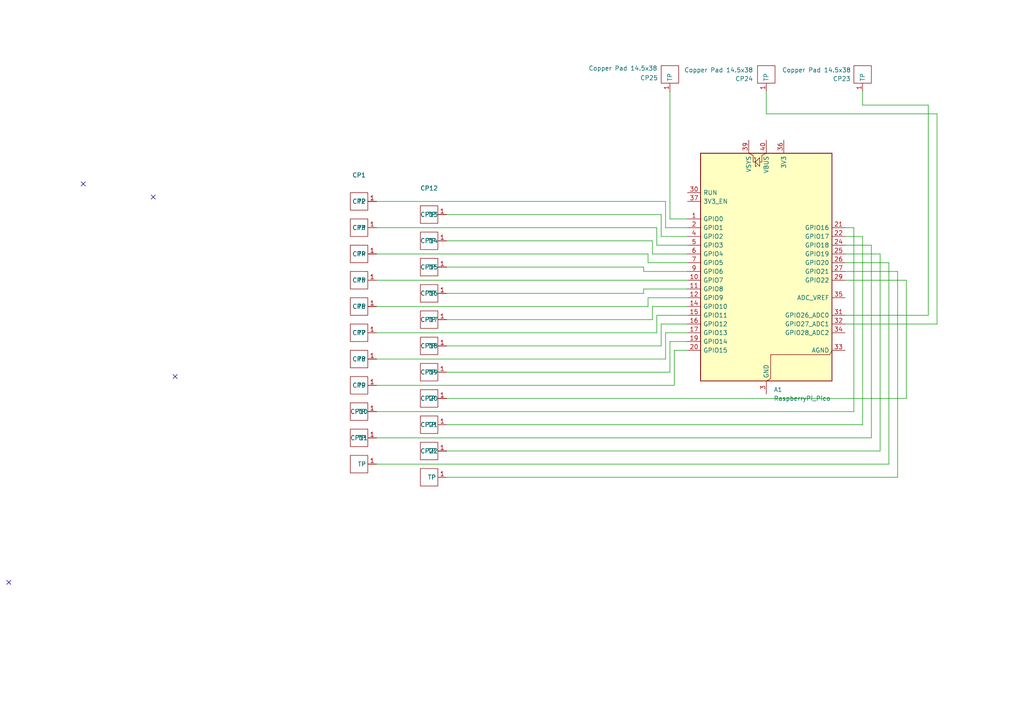
<source format=kicad_sch>
(kicad_sch (version 20250114) (generator "eeschema") (generator_version "9.0")
  (paper "A4")
  (lib_symbols
    (symbol "MCU_Module:RaspberryPi_Pico" (pin_names (offset 0.762))
      (property "Reference" "A" (at -19.05 35.56 0))
      (property "Value" "RaspberryPi_Pico" (at 7.62 35.56 0))
      (symbol "RaspberryPi_Pico_0_1"
        (rectangle (start -19.05 34.29) (end 19.05 -31.75) (stroke (width 0.254)) (fill (type background)))
        (polyline (pts (xy -5.08 34.29) (xy -3.81 33.655) (xy -3.81 31.75) (xy -3.175 31.75)))
        (polyline (pts (xy -3.429 32.766) (xy -3.429 33.02) (xy -3.175 33.02) (xy -3.175 30.48) (xy -2.921 30.48) (xy -2.921 30.734)))
        (polyline (pts (xy -3.175 31.75) (xy -1.905 33.02) (xy -1.905 30.48) (xy -3.175 31.75)))
        (polyline (pts (xy 0 34.29) (xy -1.27 33.655) (xy -1.27 31.75) (xy -1.905 31.75)))
        (polyline (pts (xy 0 -31.75) (xy 1.27 -31.115) (xy 1.27 -24.13) (xy 18.415 -24.13) (xy 19.05 -22.86)))
      )
      (symbol "RaspberryPi_Pico_1_1"
        (pin passive line (at -22.86 22.86 0) (length 3.81) (name "RUN") (number "30"))
        (pin passive line (at -22.86 20.32 0) (length 3.81) (name "3V3_EN") (number "37"))
        (pin bidirectional line (at -22.86 15.24 0) (length 3.81) (name "GPIO0") (number "1"))
        (pin bidirectional line (at -22.86 12.7 0) (length 3.81) (name "GPIO1") (number "2"))
        (pin bidirectional line (at -22.86 10.16 0) (length 3.81) (name "GPIO2") (number "4"))
        (pin bidirectional line (at -22.86 7.62 0) (length 3.81) (name "GPIO3") (number "5"))
        (pin bidirectional line (at -22.86 5.08 0) (length 3.81) (name "GPIO4") (number "6"))
        (pin bidirectional line (at -22.86 2.54 0) (length 3.81) (name "GPIO5") (number "7"))
        (pin bidirectional line (at -22.86 0 0) (length 3.81) (name "GPIO6") (number "9"))
        (pin bidirectional line (at -22.86 -2.54 0) (length 3.81) (name "GPIO7") (number "10"))
        (pin bidirectional line (at -22.86 -5.08 0) (length 3.81) (name "GPIO8") (number "11"))
        (pin bidirectional line (at -22.86 -7.62 0) (length 3.81) (name "GPIO9") (number "12"))
        (pin bidirectional line (at -22.86 -10.16 0) (length 3.81) (name "GPIO10") (number "14"))
        (pin bidirectional line (at -22.86 -12.7 0) (length 3.81) (name "GPIO11") (number "15"))
        (pin bidirectional line (at -22.86 -15.24 0) (length 3.81) (name "GPIO12") (number "16"))
        (pin bidirectional line (at -22.86 -17.78 0) (length 3.81) (name "GPIO13") (number "17"))
        (pin bidirectional line (at -22.86 -20.32 0) (length 3.81) (name "GPIO14") (number "19"))
        (pin bidirectional line (at -22.86 -22.86 0) (length 3.81) (name "GPIO15") (number "20"))
        (pin power_in line (at -5.08 38.1 270) (length 3.81) (name "VSYS") (number "39"))
        (pin power_out line (at 0 38.1 270) (length 3.81) (name "VBUS") (number "40"))
        (pin passive line (at 0 -35.56 90) (length 3.81) (hide yes) (name "GND") (number "13"))
        (pin passive line (at 0 -35.56 90) (length 3.81) (hide yes) (name "GND") (number "18"))
        (pin passive line (at 0 -35.56 90) (length 3.81) (hide yes) (name "GND") (number "23"))
        (pin passive line (at 0 -35.56 90) (length 3.81) (hide yes) (name "GND") (number "28"))
        (pin power_out line (at 0 -35.56 90) (length 3.81) (name "GND") (number "3"))
        (pin passive line (at 0 -35.56 90) (length 3.81) (hide yes) (name "GND") (number "38"))
        (pin passive line (at 0 -35.56 90) (length 3.81) (hide yes) (name "GND") (number "8"))
        (pin power_out line (at 5.08 38.1 270) (length 3.81) (name "3V3") (number "36"))
        (pin bidirectional line (at 22.86 12.7 180) (length 3.81) (name "GPIO16") (number "21"))
        (pin bidirectional line (at 22.86 10.16 180) (length 3.81) (name "GPIO17") (number "22"))
        (pin bidirectional line (at 22.86 7.62 180) (length 3.81) (name "GPIO18") (number "24"))
        (pin bidirectional line (at 22.86 5.08 180) (length 3.81) (name "GPIO19") (number "25"))
        (pin bidirectional line (at 22.86 2.54 180) (length 3.81) (name "GPIO20") (number "26"))
        (pin bidirectional line (at 22.86 0 180) (length 3.81) (name "GPIO21") (number "27"))
        (pin bidirectional line (at 22.86 -2.54 180) (length 3.81) (name "GPIO22") (number "29"))
        (pin power_in line (at 22.86 -7.62 180) (length 3.81) (name "ADC_VREF") (number "35"))
        (pin bidirectional line (at 22.86 -12.7 180) (length 3.81) (name "GPIO26_ADC0") (number "31"))
        (pin bidirectional line (at 22.86 -15.24 180) (length 3.81) (name "GPIO27_ADC1") (number "32"))
        (pin bidirectional line (at 22.86 -17.78 180) (length 3.81) (name "GPIO28_ADC2") (number "34"))
        (pin power_out line (at 22.86 -22.86 180) (length 3.81) (name "AGND") (number "33"))
      )
    )
    (symbol "custom:copper_pad_14_5x16_5" (in_bom no)
      (property "Reference" "CP" (at -4.318 0 0))
      (property "Value" "Copper Pad 14.5x16.5" (at 0 3.81 0))
      (symbol "copper_pad_14_5x16_5_0_1"
        (rectangle (start -2.54 2.54) (end 2.54 -2.54))
      )
      (symbol "copper_pad_14_5x16_5_1_1"
        (pin passive line (at 5.08 0 180) (length 2.54) (name "TP") (number "1"))
      )
    )
    (symbol "custom:copper_pad_14_5x33" (in_bom no)
      (property "Reference" "CP" (at -4.318 0 0))
      (property "Value" "Copper Pad 14.5x33" (at 0 3.81 0))
      (symbol "copper_pad_14_5x33_0_1"
        (rectangle (start -2.54 2.54) (end 2.54 -2.54))
      )
      (symbol "copper_pad_14_5x33_1_1"
        (pin passive line (at 5.08 0 180) (length 2.54) (name "TP") (number "1"))
      )
    )
  )
  (no_connect (at 1.27 274.32))
  (no_connect (at 24.13 53.34))
  (no_connect (at 49.53 245.11))
  (no_connect (at 50.8 109.22))
  (no_connect (at 44.45 57.15))
  (no_connect (at 2.54 168.91))
  (wire (pts (xy 193.04 96.52) (xy 199.39 96.52)))
  (wire (pts (xy 260.35 78.74) (xy 245.11 78.74)))
  (wire (pts (xy 109.22 58.42) (xy 193.04 58.42)))
  (wire (pts (xy 129.54 130.81) (xy 255.27 130.81)))
  (wire (pts (xy 194.31 63.5) (xy 199.39 63.5)))
  (wire (pts (xy 129.54 107.95) (xy 194.31 107.95)))
  (wire (pts (xy 269.24 91.44) (xy 245.11 91.44)))
  (wire (pts (xy 252.73 127) (xy 252.73 71.12)))
  (wire (pts (xy 195.58 101.6) (xy 199.39 101.6)))
  (wire (pts (xy 129.54 69.85) (xy 189.23 69.85)))
  (wire (pts (xy 187.96 86.36) (xy 199.39 86.36)))
  (wire (pts (xy 191.77 62.23) (xy 191.77 68.58)))
  (wire (pts (xy 129.54 62.23) (xy 191.77 62.23)))
  (wire (pts (xy 109.22 66.04) (xy 190.5 66.04)))
  (wire (pts (xy 190.5 96.52) (xy 190.5 91.44)))
  (wire (pts (xy 250.19 68.58) (xy 245.11 68.58)))
  (wire (pts (xy 262.89 115.57) (xy 262.89 81.28)))
  (wire (pts (xy 129.54 85.09) (xy 186.69 85.09)))
  (wire (pts (xy 257.81 76.2) (xy 245.11 76.2)))
  (wire (pts (xy 191.77 68.58) (xy 199.39 68.58)))
  (wire (pts (xy 271.78 33.02) (xy 271.78 93.98)))
  (wire (pts (xy 190.5 71.12) (xy 199.39 71.12)))
  (wire (pts (xy 129.54 100.33) (xy 191.77 100.33)))
  (wire (pts (xy 269.24 30.48) (xy 269.24 91.44)))
  (wire (pts (xy 109.22 73.66) (xy 187.96 73.66)))
  (wire (pts (xy 191.77 93.98) (xy 199.39 93.98)))
  (wire (pts (xy 109.22 104.14) (xy 193.04 104.14)))
  (wire (pts (xy 109.22 127) (xy 252.73 127)))
  (wire (pts (xy 109.22 96.52) (xy 190.5 96.52)))
  (wire (pts (xy 255.27 130.81) (xy 255.27 73.66)))
  (wire (pts (xy 109.22 111.76) (xy 195.58 111.76)))
  (wire (pts (xy 260.35 138.43) (xy 260.35 78.74)))
  (wire (pts (xy 245.11 66.04) (xy 247.65 66.04)))
  (wire (pts (xy 190.5 91.44) (xy 199.39 91.44)))
  (wire (pts (xy 186.69 83.82) (xy 199.39 83.82)))
  (wire (pts (xy 129.54 92.71) (xy 189.23 92.71)))
  (wire (pts (xy 250.19 123.19) (xy 250.19 68.58)))
  (wire (pts (xy 190.5 66.04) (xy 190.5 71.12)))
  (wire (pts (xy 222.25 26.67) (xy 222.25 33.02)))
  (wire (pts (xy 109.22 81.28) (xy 199.39 81.28)))
  (wire (pts (xy 109.22 119.38) (xy 247.65 119.38)))
  (wire (pts (xy 189.23 92.71) (xy 189.23 88.9)))
  (wire (pts (xy 187.96 88.9) (xy 187.96 86.36)))
  (wire (pts (xy 271.78 93.98) (xy 245.11 93.98)))
  (wire (pts (xy 189.23 69.85) (xy 189.23 73.66)))
  (wire (pts (xy 250.19 30.48) (xy 269.24 30.48)))
  (wire (pts (xy 257.81 134.62) (xy 257.81 76.2)))
  (wire (pts (xy 193.04 58.42) (xy 193.04 66.04)))
  (wire (pts (xy 193.04 66.04) (xy 199.39 66.04)))
  (wire (pts (xy 191.77 100.33) (xy 191.77 93.98)))
  (wire (pts (xy 252.73 71.12) (xy 245.11 71.12)))
  (wire (pts (xy 129.54 77.47) (xy 186.69 77.47)))
  (wire (pts (xy 189.23 73.66) (xy 199.39 73.66)))
  (wire (pts (xy 109.22 88.9) (xy 187.96 88.9)))
  (wire (pts (xy 250.19 26.67) (xy 250.19 30.48)))
  (wire (pts (xy 194.31 99.06) (xy 199.39 99.06)))
  (wire (pts (xy 222.25 33.02) (xy 271.78 33.02)))
  (wire (pts (xy 195.58 111.76) (xy 195.58 101.6)))
  (wire (pts (xy 189.23 88.9) (xy 199.39 88.9)))
  (wire (pts (xy 194.31 26.67) (xy 194.31 63.5)))
  (wire (pts (xy 193.04 104.14) (xy 193.04 96.52)))
  (wire (pts (xy 186.69 78.74) (xy 199.39 78.74)))
  (wire (pts (xy 186.69 77.47) (xy 186.69 78.74)))
  (wire (pts (xy 247.65 119.38) (xy 247.65 66.04)))
  (wire (pts (xy 194.31 107.95) (xy 194.31 99.06)))
  (wire (pts (xy 187.96 73.66) (xy 187.96 76.2)))
  (wire (pts (xy 129.54 138.43) (xy 260.35 138.43)))
  (wire (pts (xy 186.69 85.09) (xy 186.69 83.82)))
  (wire (pts (xy 262.89 81.28) (xy 245.11 81.28)))
  (wire (pts (xy 129.54 123.19) (xy 250.19 123.19)))
  (wire (pts (xy 255.27 73.66) (xy 245.11 73.66)))
  (wire (pts (xy 109.22 134.62) (xy 257.81 134.62)))
  (wire (pts (xy 129.54 115.57) (xy 262.89 115.57)))
  (wire (pts (xy 187.96 76.2) (xy 199.39 76.2)))
  (symbol (lib_id "custom:copper_pad_14_5x16_5") (at 124.46 77.47 0) (unit 1) (in_bom no)
    (property "Reference" "CP14" (at 124.46 69.85 0))
    (property "Value" "Copper Pad 14.5x16.5" (effects (hide yes)))
    (property "Footprint" "customs:copper_pad_14_5x16_5" (effects (hide yes)))
  )
  (symbol (lib_id "custom:copper_pad_14_5x16_5") (at 104.14 134.62 0) (unit 1) (in_bom no)
    (property "Reference" "CP11" (at 104.14 127 0))
    (property "Value" "Copper Pad 14.5x16.5" (effects (hide yes)))
    (property "Footprint" "customs:copper_pad_14_5x16_5" (effects (hide yes)))
  )
  (symbol (lib_id "custom:copper_pad_14_5x16_5") (at 124.46 62.23 0) (unit 1) (in_bom no)
    (property "Reference" "CP12" (at 124.46 54.61 0))
    (property "Value" "Copper Pad 14.5x16.5" (effects (hide yes)))
    (property "Footprint" "customs:copper_pad_14_5x16_5" (effects (hide yes)))
  )
  (symbol (lib_id "custom:copper_pad_14_5x16_5") (at 104.14 88.9 0) (unit 1) (in_bom no)
    (property "Reference" "CP5" (at 104.14 81.28 0))
    (property "Value" "Copper Pad 14.5x16.5" (effects (hide yes)))
    (property "Footprint" "customs:copper_pad_14_5x16_5" (effects (hide yes)))
  )
  (symbol (lib_id "custom:copper_pad_14_5x16_5") (at 124.46 107.95 0) (unit 1) (in_bom no)
    (property "Reference" "CP18" (at 124.46 100.33 0))
    (property "Value" "Copper Pad 14.5x16.5" (effects (hide yes)))
    (property "Footprint" "customs:copper_pad_14_5x16_5" (effects (hide yes)))
  )
  (symbol (lib_id "custom:copper_pad_14_5x16_5") (at 104.14 81.28 0) (unit 1) (in_bom no)
    (property "Reference" "CP4" (at 104.14 73.66 0))
    (property "Value" "Copper Pad 14.5x16.5" (effects (hide yes)))
    (property "Footprint" "customs:copper_pad_14_5x16_5" (effects (hide yes)))
  )
  (symbol (lib_id "custom:copper_pad_14_5x16_5") (at 124.46 123.19 0) (unit 1) (in_bom no)
    (property "Reference" "CP20" (at 124.46 115.57 0))
    (property "Value" "Copper Pad 14.5x16.5" (effects (hide yes)))
    (property "Footprint" "customs:copper_pad_14_5x16_5" (effects (hide yes)))
  )
  (symbol (lib_id "custom:copper_pad_14_5x16_5") (at 104.14 127 0) (unit 1) (in_bom no)
    (property "Reference" "CP10" (at 104.14 119.38 0))
    (property "Value" "Copper Pad 14.5x16.5" (effects (hide yes)))
    (property "Footprint" "customs:copper_pad_14_5x16_5" (effects (hide yes)))
  )
  (symbol (lib_id "custom:copper_pad_14_5x16_5") (at 124.46 115.57 0) (unit 1) (in_bom no)
    (property "Reference" "CP19" (at 124.46 107.95 0))
    (property "Value" "Copper Pad 14.5x16.5" (effects (hide yes)))
    (property "Footprint" "customs:copper_pad_14_5x16_5" (effects (hide yes)))
  )
  (symbol (lib_id "custom:copper_pad_14_5x16_5") (at 124.46 130.81 0) (unit 1) (in_bom no)
    (property "Reference" "CP21" (at 124.46 123.19 0))
    (property "Value" "Copper Pad 14.5x16.5" (effects (hide yes)))
    (property "Footprint" "customs:copper_pad_14_5x16_5" (effects (hide yes)))
  )
  (symbol (lib_id "custom:copper_pad_14_5x16_5") (at 124.46 100.33 0) (unit 1) (in_bom no)
    (property "Reference" "CP17" (at 124.46 92.71 0))
    (property "Value" "Copper Pad 14.5x16.5" (effects (hide yes)))
    (property "Footprint" "customs:copper_pad_14_5x16_5" (effects (hide yes)))
  )
  (symbol (lib_id "custom:copper_pad_14_5x16_5") (at 104.14 58.42 0) (unit 1) (in_bom no)
    (property "Reference" "CP1" (at 104.14 50.8 0))
    (property "Value" "Copper Pad 14.5x16.5" (effects (hide yes)))
    (property "Footprint" "customs:copper_pad_14_5x16_5" (effects (hide yes)))
  )
  (symbol (lib_id "custom:copper_pad_14_5x33") (at 194.31 21.59 270) (unit 1) (in_bom no)
    (property "Reference" "CP25" (at 185.674 22.606 90) (effects (justify left)))
    (property "Value" "Copper Pad 14.5x38" (at 170.688 19.812 90) (effects (justify left)))
    (property "Footprint" "customs:copper_pad_14_5x38" (effects (hide yes)))
  )
  (symbol (lib_id "custom:copper_pad_14_5x16_5") (at 104.14 119.38 0) (unit 1) (in_bom no)
    (property "Reference" "CP9" (at 104.14 111.76 0))
    (property "Value" "Copper Pad 14.5x16.5" (effects (hide yes)))
    (property "Footprint" "customs:copper_pad_14_5x16_5" (effects (hide yes)))
  )
  (symbol (lib_id "custom:copper_pad_14_5x16_5") (at 104.14 96.52 0) (unit 1) (in_bom no)
    (property "Reference" "CP6" (at 104.14 88.9 0))
    (property "Value" "Copper Pad 14.5x16.5" (effects (hide yes)))
    (property "Footprint" "customs:copper_pad_14_5x16_5" (effects (hide yes)))
  )
  (symbol (lib_id "MCU_Module:RaspberryPi_Pico") (at 222.25 78.74 0) (unit 1)
    (property "Reference" "A1" (at 224.3933 113.03 0) (effects (justify left)))
    (property "Value" "RaspberryPi_Pico" (at 224.3933 115.57 0) (effects (justify left)))
    (property "Footprint" "Module:RaspberryPi_Pico_Common_Unspecified" (effects (hide yes)))
    (property "Datasheet" "https://datasheets.raspberrypi.com/pico/pico-datasheet.pdf" (effects (hide yes)))
    (property "Description" "Versatile and inexpensive microcontroller module powered by RP2040 dual-core Arm Cortex-M0+ processor up to 133 MHz, 264kB SRAM, 2MB QSPI flash; also supports Raspberry Pi Pico 2" (effects (hide yes)))
  )
  (symbol (lib_id "custom:copper_pad_14_5x33") (at 222.25 21.59 270) (unit 1) (in_bom no)
    (property "Reference" "CP24" (at 218.44 22.8601 90) (effects (justify right)))
    (property "Value" "Copper Pad 14.5x38" (at 218.44 20.3201 90) (effects (justify right)))
    (property "Footprint" "customs:copper_pad_14_5x38" (effects (hide yes)))
  )
  (symbol (lib_id "custom:copper_pad_14_5x16_5") (at 104.14 111.76 0) (unit 1) (in_bom no)
    (property "Reference" "CP8" (at 104.14 104.14 0))
    (property "Value" "Copper Pad 14.5x16.5" (effects (hide yes)))
    (property "Footprint" "customs:copper_pad_14_5x16_5" (effects (hide yes)))
  )
  (symbol (lib_id "custom:copper_pad_14_5x16_5") (at 124.46 138.43 0) (unit 1) (in_bom no)
    (property "Reference" "CP22" (at 124.46 130.81 0))
    (property "Value" "Copper Pad 14.5x16.5" (effects (hide yes)))
    (property "Footprint" "customs:copper_pad_14_5x16_5" (effects (hide yes)))
  )
  (symbol (lib_id "custom:copper_pad_14_5x16_5") (at 124.46 92.71 0) (unit 1) (in_bom no)
    (property "Reference" "CP16" (at 124.46 85.09 0))
    (property "Value" "Copper Pad 14.5x16.5" (effects (hide yes)))
    (property "Footprint" "customs:copper_pad_14_5x16_5" (effects (hide yes)))
  )
  (symbol (lib_id "custom:copper_pad_14_5x16_5") (at 104.14 66.04 0) (unit 1) (in_bom no)
    (property "Reference" "CP2" (at 104.14 58.42 0))
    (property "Value" "Copper Pad 14.5x16.5" (effects (hide yes)))
    (property "Footprint" "customs:copper_pad_14_5x16_5" (effects (hide yes)))
  )
  (symbol (lib_id "custom:copper_pad_14_5x16_5") (at 124.46 85.09 0) (unit 1) (in_bom no)
    (property "Reference" "CP15" (at 124.46 77.47 0))
    (property "Value" "Copper Pad 14.5x16.5" (effects (hide yes)))
    (property "Footprint" "customs:copper_pad_14_5x16_5" (effects (hide yes)))
  )
  (symbol (lib_id "custom:copper_pad_14_5x16_5") (at 104.14 73.66 0) (unit 1) (in_bom no)
    (property "Reference" "CP3" (at 104.14 66.04 0))
    (property "Value" "Copper Pad 14.5x16.5" (effects (hide yes)))
    (property "Footprint" "customs:copper_pad_14_5x16_5" (effects (hide yes)))
  )
  (symbol (lib_id "custom:copper_pad_14_5x33") (at 250.19 21.59 270) (unit 1) (in_bom no)
    (property "Reference" "CP23" (at 241.554 22.86 90) (effects (justify left)))
    (property "Value" "Copper Pad 14.5x38" (at 226.822 20.32 90) (effects (justify left)))
    (property "Footprint" "customs:copper_pad_14_5x38" (effects (hide yes)))
  )
  (symbol (lib_id "custom:copper_pad_14_5x16_5") (at 104.14 104.14 0) (unit 1) (in_bom no)
    (property "Reference" "CP7" (at 104.14 96.52 0))
    (property "Value" "Copper Pad 14.5x16.5" (effects (hide yes)))
    (property "Footprint" "customs:copper_pad_14_5x16_5" (effects (hide yes)))
  )
  (symbol (lib_id "custom:copper_pad_14_5x16_5") (at 124.46 69.85 0) (unit 1) (in_bom no)
    (property "Reference" "CP13" (at 124.46 62.23 0))
    (property "Value" "Copper Pad 14.5x16.5" (effects (hide yes)))
    (property "Footprint" "customs:copper_pad_14_5x16_5" (effects (hide yes)))
  )
)
</source>
